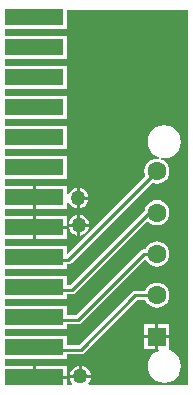
<source format=gtl>
G04*
G04 #@! TF.GenerationSoftware,Altium Limited,Altium Designer,20.0.9 (164)*
G04*
G04 Layer_Physical_Order=1*
G04 Layer_Color=255*
%FSLAX25Y25*%
%MOIN*%
G70*
G01*
G75*
%ADD10C,0.01000*%
%ADD13R,0.19685X0.05512*%
%ADD18R,0.06299X0.06299*%
%ADD19C,0.06299*%
%ADD20C,0.05000*%
G36*
X62471Y1529D02*
X29460D01*
X29214Y2029D01*
X29580Y2506D01*
X29932Y3358D01*
X29987Y3771D01*
X23058D01*
X23112Y3358D01*
X23465Y2506D01*
X23831Y2029D01*
X23585Y1529D01*
X21942D01*
Y3500D01*
X11100D01*
Y4000D01*
X10600D01*
Y7756D01*
X1529D01*
Y10244D01*
X21942D01*
Y11626D01*
X26656D01*
X27241Y11743D01*
X27737Y12075D01*
X45469Y29807D01*
X48142D01*
X48375Y29243D01*
X49040Y28376D01*
X49907Y27711D01*
X50917Y27293D01*
X52000Y27150D01*
X53083Y27293D01*
X54093Y27711D01*
X54959Y28376D01*
X55625Y29243D01*
X56043Y30253D01*
X56185Y31336D01*
X56043Y32419D01*
X55625Y33428D01*
X54959Y34295D01*
X54093Y34960D01*
X53083Y35379D01*
X52000Y35521D01*
X50917Y35379D01*
X49907Y34960D01*
X49040Y34295D01*
X48375Y33428D01*
X48142Y32865D01*
X44836D01*
X44251Y32749D01*
X43754Y32417D01*
X26022Y14685D01*
X21942D01*
Y17756D01*
X1529D01*
Y20244D01*
X21942D01*
Y21626D01*
X25656D01*
X26241Y21743D01*
X26737Y22074D01*
X47811Y43148D01*
X48314Y43093D01*
X48383Y43013D01*
X49040Y42156D01*
X49907Y41491D01*
X50917Y41073D01*
X52000Y40930D01*
X53083Y41073D01*
X54093Y41491D01*
X54959Y42156D01*
X55625Y43023D01*
X56043Y44032D01*
X56185Y45115D01*
X56043Y46199D01*
X55625Y47208D01*
X54959Y48075D01*
X54093Y48740D01*
X53083Y49158D01*
X52000Y49301D01*
X50917Y49158D01*
X49907Y48740D01*
X49040Y48075D01*
X48375Y47208D01*
X48142Y46645D01*
X47615D01*
X47030Y46528D01*
X46534Y46197D01*
X25022Y24685D01*
X21942D01*
Y27756D01*
X1529D01*
Y30244D01*
X21942D01*
Y31626D01*
X23656D01*
X24241Y31743D01*
X24737Y32074D01*
X48625Y55963D01*
X49040Y55935D01*
X49907Y55270D01*
X50917Y54852D01*
X52000Y54710D01*
X53083Y54852D01*
X54093Y55270D01*
X54959Y55935D01*
X55625Y56802D01*
X56043Y57812D01*
X56185Y58895D01*
X56043Y59978D01*
X55625Y60988D01*
X54959Y61854D01*
X54093Y62520D01*
X53083Y62938D01*
X52000Y63080D01*
X50917Y62938D01*
X49907Y62520D01*
X49040Y61854D01*
X48375Y60988D01*
X47957Y59978D01*
X47903Y59566D01*
X23022Y34685D01*
X21942D01*
Y37756D01*
X1529D01*
Y40244D01*
X21942D01*
Y41627D01*
X22481D01*
X23067Y41743D01*
X23563Y42074D01*
X50353Y68865D01*
X50917Y68632D01*
X52000Y68489D01*
X53083Y68632D01*
X54093Y69050D01*
X54959Y69715D01*
X55625Y70582D01*
X56043Y71591D01*
X56185Y72674D01*
X56043Y73758D01*
X55625Y74767D01*
X54959Y75634D01*
X54093Y76299D01*
X53423Y76577D01*
X53553Y77064D01*
X54480Y76942D01*
X55923Y77132D01*
X57268Y77689D01*
X58423Y78575D01*
X59309Y79729D01*
X59866Y81074D01*
X60056Y82517D01*
X59866Y83960D01*
X59309Y85305D01*
X58423Y86459D01*
X57268Y87345D01*
X55923Y87902D01*
X54480Y88092D01*
X53037Y87902D01*
X51693Y87345D01*
X50538Y86459D01*
X49652Y85305D01*
X49095Y83960D01*
X48905Y82517D01*
X49095Y81074D01*
X49652Y79729D01*
X50538Y78575D01*
X51693Y77689D01*
X52698Y77272D01*
X52567Y76785D01*
X52000Y76860D01*
X50917Y76717D01*
X49907Y76299D01*
X49040Y75634D01*
X48375Y74767D01*
X47957Y73758D01*
X47815Y72674D01*
X47957Y71591D01*
X48191Y71028D01*
X22404Y45242D01*
X21942Y45433D01*
Y47756D01*
X1529D01*
Y50244D01*
X10600D01*
Y54000D01*
X11100D01*
D01*
X10600D01*
Y57756D01*
X1529D01*
Y60244D01*
X10600D01*
Y64000D01*
Y67756D01*
X1529D01*
Y70244D01*
X21942D01*
Y77756D01*
X1529D01*
Y80244D01*
X21942D01*
Y87756D01*
X1529D01*
Y90244D01*
X21942D01*
Y97756D01*
X1529D01*
Y100244D01*
X21942D01*
Y107756D01*
X1529D01*
Y110244D01*
X21942D01*
Y117756D01*
X1529D01*
Y120244D01*
X21942D01*
Y126423D01*
X62471D01*
X62471Y1529D01*
D02*
G37*
%LPC*%
G36*
X26241Y67214D02*
Y64250D01*
X29206D01*
X29151Y64664D01*
X28798Y65515D01*
X28237Y66246D01*
X27506Y66807D01*
X26655Y67160D01*
X26241Y67214D01*
D02*
G37*
G36*
X29206Y63250D02*
X26241D01*
Y60286D01*
X26655Y60340D01*
X27506Y60693D01*
X28237Y61254D01*
X28798Y61985D01*
X29151Y62836D01*
X29206Y63250D01*
D02*
G37*
G36*
X21942Y67756D02*
X11600D01*
Y64000D01*
Y60244D01*
X21942D01*
Y62468D01*
X22443Y62568D01*
X22684Y61985D01*
X23245Y61254D01*
X23976Y60693D01*
X24827Y60340D01*
X25241Y60286D01*
Y63750D01*
Y67214D01*
X24827Y67160D01*
X23976Y66807D01*
X23245Y66246D01*
X22684Y65515D01*
X22443Y64932D01*
X21942Y65032D01*
Y67756D01*
D02*
G37*
G36*
X26522Y58174D02*
Y55209D01*
X29487D01*
X29432Y55623D01*
X29080Y56475D01*
X28519Y57206D01*
X27788Y57767D01*
X26936Y58119D01*
X26522Y58174D01*
D02*
G37*
G36*
X25522D02*
X25109Y58119D01*
X24257Y57767D01*
X23526Y57206D01*
X22965Y56475D01*
X22613Y55623D01*
X22558Y55209D01*
X25522D01*
Y58174D01*
D02*
G37*
G36*
X21942Y57756D02*
X11600D01*
Y54500D01*
X21942D01*
Y57756D01*
D02*
G37*
G36*
X29487Y54210D02*
X26522D01*
Y51245D01*
X26936Y51300D01*
X27788Y51652D01*
X28519Y52213D01*
X29080Y52944D01*
X29432Y53796D01*
X29487Y54210D01*
D02*
G37*
G36*
X25522D02*
X22558D01*
X22613Y53796D01*
X22965Y52944D01*
X23526Y52213D01*
X24257Y51652D01*
X25109Y51300D01*
X25522Y51245D01*
Y54210D01*
D02*
G37*
G36*
X21942Y53500D02*
X11600D01*
Y50244D01*
X21942D01*
Y53500D01*
D02*
G37*
G36*
X56150Y21706D02*
X52500D01*
Y18056D01*
X56150D01*
Y21706D01*
D02*
G37*
G36*
X51500D02*
X47850D01*
Y18056D01*
X51500D01*
Y21706D01*
D02*
G37*
G36*
Y17056D02*
X47850D01*
Y13407D01*
X51500D01*
Y17056D01*
D02*
G37*
G36*
X27022Y7736D02*
Y4772D01*
X29987D01*
X29932Y5185D01*
X29580Y6037D01*
X29019Y6768D01*
X28288Y7329D01*
X27436Y7681D01*
X27022Y7736D01*
D02*
G37*
G36*
X26022D02*
X25609Y7681D01*
X24757Y7329D01*
X24026Y6768D01*
X23465Y6037D01*
X23112Y5185D01*
X23058Y4772D01*
X26022D01*
Y7736D01*
D02*
G37*
G36*
X21942Y7756D02*
X11600D01*
Y4500D01*
X21942D01*
Y7756D01*
D02*
G37*
G36*
X56150Y17056D02*
X52500D01*
Y13273D01*
X52573Y12907D01*
X51693Y12542D01*
X50538Y11656D01*
X49652Y10501D01*
X49095Y9157D01*
X48905Y7714D01*
X49095Y6271D01*
X49652Y4926D01*
X50538Y3771D01*
X51693Y2885D01*
X53037Y2328D01*
X54480Y2138D01*
X55923Y2328D01*
X57268Y2885D01*
X58423Y3771D01*
X59309Y4926D01*
X59866Y6271D01*
X60056Y7714D01*
X59866Y9157D01*
X59309Y10501D01*
X58423Y11656D01*
X57268Y12542D01*
X56269Y12956D01*
X56150Y13407D01*
X56150Y13546D01*
Y17056D01*
D02*
G37*
%LPD*%
D10*
X49395Y58895D02*
X52000D01*
X23656Y33156D02*
X49395Y58895D01*
X10500Y33156D02*
X23656D01*
X44836Y31336D02*
X52000D01*
X26656Y13156D02*
X44836Y31336D01*
X10500Y13156D02*
X26656D01*
X22481Y43156D02*
X52000Y72674D01*
X10500Y43156D02*
X22481D01*
X25656Y23156D02*
X47615Y45115D01*
X10500Y23156D02*
X25656D01*
X47615Y45115D02*
X52000D01*
D13*
X11100Y124000D02*
D03*
Y114000D02*
D03*
Y104000D02*
D03*
Y94000D02*
D03*
Y84000D02*
D03*
Y74000D02*
D03*
Y64000D02*
D03*
Y54000D02*
D03*
Y44000D02*
D03*
Y34000D02*
D03*
Y24000D02*
D03*
Y14000D02*
D03*
Y4000D02*
D03*
D18*
X52000Y17556D02*
D03*
D19*
Y31336D02*
D03*
Y45115D02*
D03*
Y58895D02*
D03*
Y72674D02*
D03*
D20*
X26522Y4272D02*
D03*
X26022Y54710D02*
D03*
X25741Y63750D02*
D03*
M02*

</source>
